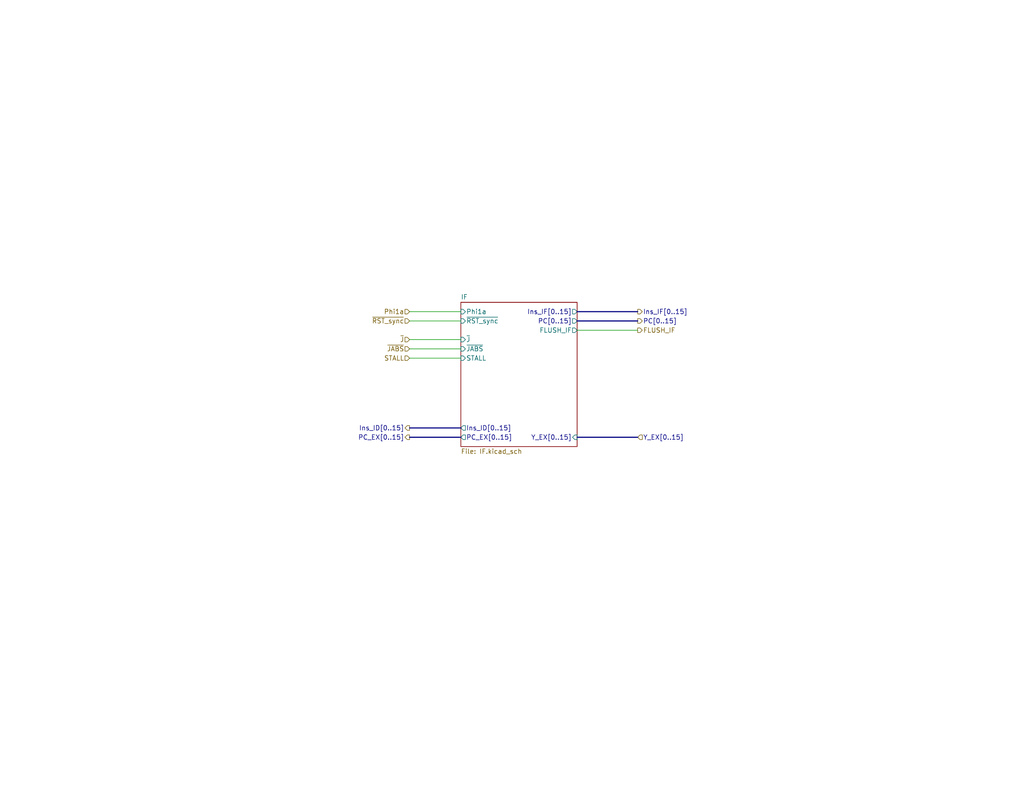
<source format=kicad_sch>
(kicad_sch
	(version 20250114)
	(generator "eeschema")
	(generator_version "9.0")
	(uuid "c8014893-29e4-4439-9930-ea776ac428ef")
	(paper "USLetter")
	(title_block
		(date "2025-07-01")
		(rev "A")
	)
	(lib_symbols)
	(wire
		(pts
			(xy 111.76 87.63) (xy 125.73 87.63)
		)
		(stroke
			(width 0)
			(type default)
		)
		(uuid "017229d3-8aae-4e46-8b15-aa5ab3108cbc")
	)
	(bus
		(pts
			(xy 111.76 116.84) (xy 125.73 116.84)
		)
		(stroke
			(width 0)
			(type default)
		)
		(uuid "4d76f64b-cfdc-4406-99d8-cdca57a1fbcc")
	)
	(wire
		(pts
			(xy 111.76 85.09) (xy 125.73 85.09)
		)
		(stroke
			(width 0)
			(type default)
		)
		(uuid "56672526-82aa-4a96-aaf2-e69f1412634c")
	)
	(bus
		(pts
			(xy 157.48 87.63) (xy 173.99 87.63)
		)
		(stroke
			(width 0)
			(type default)
		)
		(uuid "68467f05-9f2f-4385-9481-0a372ec4ee71")
	)
	(wire
		(pts
			(xy 111.76 95.25) (xy 125.73 95.25)
		)
		(stroke
			(width 0)
			(type default)
		)
		(uuid "6d726867-9b82-4662-ac6f-cac021ba7c27")
	)
	(bus
		(pts
			(xy 111.76 119.38) (xy 125.73 119.38)
		)
		(stroke
			(width 0)
			(type default)
		)
		(uuid "821064ca-bd20-4ef7-82b5-b13e326dbc9d")
	)
	(bus
		(pts
			(xy 157.48 85.09) (xy 173.99 85.09)
		)
		(stroke
			(width 0)
			(type default)
		)
		(uuid "9ee7ad85-e268-405a-bc47-d6428bb831b7")
	)
	(wire
		(pts
			(xy 111.76 97.79) (xy 125.73 97.79)
		)
		(stroke
			(width 0)
			(type default)
		)
		(uuid "a1af8778-2b24-4a49-b833-c80de1ef5c98")
	)
	(wire
		(pts
			(xy 157.48 90.17) (xy 173.99 90.17)
		)
		(stroke
			(width 0)
			(type default)
		)
		(uuid "ae7a41ca-27e4-4db5-ab81-f45b691db2c5")
	)
	(bus
		(pts
			(xy 157.48 119.38) (xy 173.99 119.38)
		)
		(stroke
			(width 0)
			(type default)
		)
		(uuid "e4a364d0-b84c-4be4-bf02-c93b4935690b")
	)
	(wire
		(pts
			(xy 111.76 92.71) (xy 125.73 92.71)
		)
		(stroke
			(width 0)
			(type default)
		)
		(uuid "ec8e20b9-d1c7-490f-bc61-81a0fde807a6")
	)
	(hierarchical_label "Y_EX[0..15]"
		(shape input)
		(at 173.99 119.38 0)
		(effects
			(font
				(size 1.27 1.27)
			)
			(justify left)
		)
		(uuid "0638c939-ac63-4861-a245-4202669561e1")
	)
	(hierarchical_label "FLUSH_IF"
		(shape output)
		(at 173.99 90.17 0)
		(effects
			(font
				(size 1.27 1.27)
			)
			(justify left)
		)
		(uuid "18dc71aa-cc0a-4376-bad5-dca353646a0a")
	)
	(hierarchical_label "Phi1a"
		(shape input)
		(at 111.76 85.09 180)
		(effects
			(font
				(size 1.27 1.27)
			)
			(justify right)
		)
		(uuid "32ef0198-a33b-4f11-b582-2e22e54dd121")
	)
	(hierarchical_label "~{JABS}"
		(shape input)
		(at 111.76 95.25 180)
		(effects
			(font
				(size 1.27 1.27)
			)
			(justify right)
		)
		(uuid "44ee11cc-a76c-4c17-96e0-dbcc53f856a5")
	)
	(hierarchical_label "Ins_ID[0..15]"
		(shape output)
		(at 111.76 116.84 180)
		(effects
			(font
				(size 1.27 1.27)
			)
			(justify right)
		)
		(uuid "49ffa7c9-1b1f-48c2-89a9-0dd8e44f769d")
	)
	(hierarchical_label "~{RST_sync}"
		(shape input)
		(at 111.76 87.63 180)
		(effects
			(font
				(size 1.27 1.27)
			)
			(justify right)
		)
		(uuid "8ce9cc3a-70a7-4060-bfcc-0d212e202464")
	)
	(hierarchical_label "Ins_IF[0..15]"
		(shape output)
		(at 173.99 85.09 0)
		(effects
			(font
				(size 1.27 1.27)
			)
			(justify left)
		)
		(uuid "91f7eb29-dd62-4454-a806-0563c5e87072")
	)
	(hierarchical_label "PC_EX[0..15]"
		(shape output)
		(at 111.76 119.38 180)
		(effects
			(font
				(size 1.27 1.27)
			)
			(justify right)
		)
		(uuid "9664b2f3-9d3c-47f5-a084-a796e891ac5f")
	)
	(hierarchical_label "STALL"
		(shape input)
		(at 111.76 97.79 180)
		(effects
			(font
				(size 1.27 1.27)
			)
			(justify right)
		)
		(uuid "9b8e00d0-9986-448b-baa8-85ba339ef4f7")
	)
	(hierarchical_label "PC[0..15]"
		(shape output)
		(at 173.99 87.63 0)
		(effects
			(font
				(size 1.27 1.27)
			)
			(justify left)
		)
		(uuid "9e752dd0-89eb-4785-b778-425c6f57a76b")
	)
	(hierarchical_label "~{J}"
		(shape input)
		(at 111.76 92.71 180)
		(effects
			(font
				(size 1.27 1.27)
			)
			(justify right)
		)
		(uuid "e8abbf2c-c10e-4f8c-95ad-539e411dfe73")
	)
	(sheet
		(at 125.73 82.55)
		(size 31.75 39.37)
		(exclude_from_sim no)
		(in_bom yes)
		(on_board yes)
		(dnp no)
		(fields_autoplaced yes)
		(stroke
			(width 0)
			(type solid)
		)
		(fill
			(color 0 0 0 0.0000)
		)
		(uuid "a8b9f505-34a5-4db7-8e08-bd57966a9d15")
		(property "Sheetname" "IF"
			(at 125.73 81.8384 0)
			(effects
				(font
					(size 1.27 1.27)
				)
				(justify left bottom)
			)
		)
		(property "Sheetfile" "IF.kicad_sch"
			(at 125.73 122.5046 0)
			(effects
				(font
					(size 1.27 1.27)
				)
				(justify left top)
			)
		)
		(pin "Ins_ID[0..15]" output
			(at 125.73 116.84 180)
			(uuid "2351853c-f563-4fef-a4da-7a1945df5d86")
			(effects
				(font
					(size 1.27 1.27)
				)
				(justify left)
			)
		)
		(pin "PC_EX[0..15]" output
			(at 125.73 119.38 180)
			(uuid "069ed8cc-a21e-4bba-9771-c6b1476ce2c7")
			(effects
				(font
					(size 1.27 1.27)
				)
				(justify left)
			)
		)
		(pin "Y_EX[0..15]" input
			(at 157.48 119.38 0)
			(uuid "fa8e59b4-e104-4827-8215-83cf4e27cf32")
			(effects
				(font
					(size 1.27 1.27)
				)
				(justify right)
			)
		)
		(pin "~{J}" input
			(at 125.73 92.71 180)
			(uuid "6efc1368-b77c-4d6a-912d-7c34c7b4026d")
			(effects
				(font
					(size 1.27 1.27)
				)
				(justify left)
			)
		)
		(pin "~{JABS}" input
			(at 125.73 95.25 180)
			(uuid "eeb01e60-e7a8-4836-836d-d45b933e8b58")
			(effects
				(font
					(size 1.27 1.27)
				)
				(justify left)
			)
		)
		(pin "STALL" input
			(at 125.73 97.79 180)
			(uuid "891ea4be-1d49-450e-affb-4cb60385daca")
			(effects
				(font
					(size 1.27 1.27)
				)
				(justify left)
			)
		)
		(pin "~{RST_sync}" input
			(at 125.73 87.63 180)
			(uuid "78a43098-86ab-4e22-926f-482893ef258a")
			(effects
				(font
					(size 1.27 1.27)
				)
				(justify left)
			)
		)
		(pin "Phi1a" input
			(at 125.73 85.09 180)
			(uuid "ce05f997-e6b4-442c-8752-3a10fd260190")
			(effects
				(font
					(size 1.27 1.27)
				)
				(justify left)
			)
		)
		(pin "PC[0..15]" output
			(at 157.48 87.63 0)
			(uuid "21cae087-e8df-40bd-ba64-173189becc44")
			(effects
				(font
					(size 1.27 1.27)
				)
				(justify right)
			)
		)
		(pin "FLUSH_IF" output
			(at 157.48 90.17 0)
			(uuid "46432219-425a-4113-803b-048d7059b595")
			(effects
				(font
					(size 1.27 1.27)
				)
				(justify right)
			)
		)
		(pin "Ins_IF[0..15]" output
			(at 157.48 85.09 0)
			(uuid "4db84503-8859-4e48-9d6b-7f2724bec095")
			(effects
				(font
					(size 1.27 1.27)
				)
				(justify right)
			)
		)
		(instances
			(project "MainBoard"
				(path "/83c5181e-f5ee-453c-ae5c-d7256ba8837d/445562cf-aa14-4ea1-8943-4ec5616008cb"
					(page "4")
				)
			)
		)
	)
)

</source>
